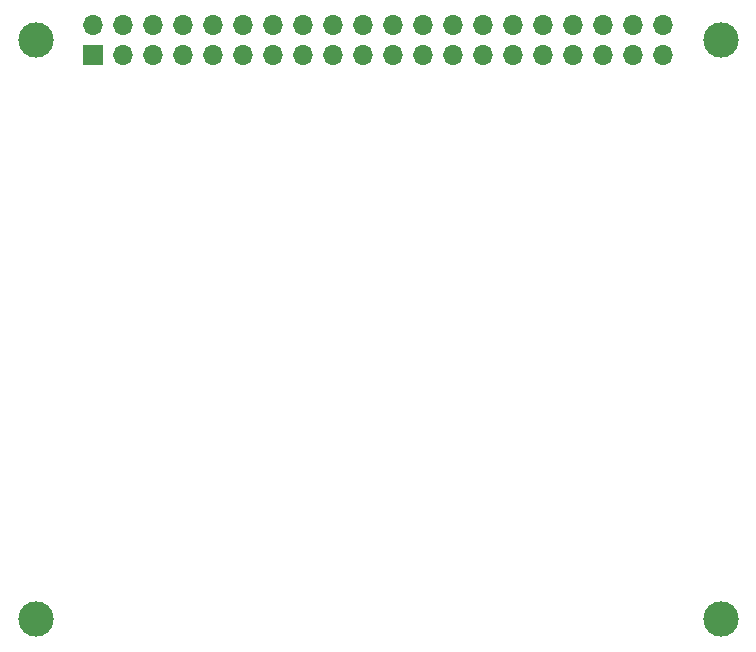
<source format=gbl>
G04 #@! TF.GenerationSoftware,KiCad,Pcbnew,(5.0.0-rc3-dev-2-g101b68b61)*
G04 #@! TF.CreationDate,2018-07-10T18:42:39+02:00*
G04 #@! TF.ProjectId,mobilt_eeg_frontend-exjobb2018,6D6F62696C745F6565675F66726F6E74,rev?*
G04 #@! TF.SameCoordinates,Original*
G04 #@! TF.FileFunction,Copper,L2,Bot,Signal*
G04 #@! TF.FilePolarity,Positive*
%FSLAX46Y46*%
G04 Gerber Fmt 4.6, Leading zero omitted, Abs format (unit mm)*
G04 Created by KiCad (PCBNEW (5.0.0-rc3-dev-2-g101b68b61)) date 07/10/18 18:42:39*
%MOMM*%
%LPD*%
G01*
G04 APERTURE LIST*
G04 #@! TA.AperFunction,ComponentPad*
%ADD10R,1.700000X1.700000*%
G04 #@! TD*
G04 #@! TA.AperFunction,ComponentPad*
%ADD11O,1.700000X1.700000*%
G04 #@! TD*
G04 #@! TA.AperFunction,WasherPad*
%ADD12C,3.000000*%
G04 #@! TD*
G04 APERTURE END LIST*
D10*
G04 #@! TO.P,P1,1*
G04 #@! TO.N,+3V3*
X208370000Y-98770000D03*
D11*
G04 #@! TO.P,P1,2*
G04 #@! TO.N,+5V*
X208370000Y-96230000D03*
G04 #@! TO.P,P1,3*
G04 #@! TO.N,/GPIO2(SDA1)*
X210910000Y-98770000D03*
G04 #@! TO.P,P1,4*
G04 #@! TO.N,+5V*
X210910000Y-96230000D03*
G04 #@! TO.P,P1,5*
G04 #@! TO.N,/GPIO3(SCL1)*
X213450000Y-98770000D03*
G04 #@! TO.P,P1,6*
G04 #@! TO.N,GND*
X213450000Y-96230000D03*
G04 #@! TO.P,P1,7*
G04 #@! TO.N,/GPIO4(GCLK)*
X215990000Y-98770000D03*
G04 #@! TO.P,P1,8*
G04 #@! TO.N,/GPIO14(TXD0)*
X215990000Y-96230000D03*
G04 #@! TO.P,P1,9*
G04 #@! TO.N,GND*
X218530000Y-98770000D03*
G04 #@! TO.P,P1,10*
G04 #@! TO.N,/GPIO15(RXD0)*
X218530000Y-96230000D03*
G04 #@! TO.P,P1,11*
G04 #@! TO.N,/GPIO17(GEN0)*
X221070000Y-98770000D03*
G04 #@! TO.P,P1,12*
G04 #@! TO.N,/GPIO18(GEN1)(PWM0)*
X221070000Y-96230000D03*
G04 #@! TO.P,P1,13*
G04 #@! TO.N,/GPIO27(GEN2)*
X223610000Y-98770000D03*
G04 #@! TO.P,P1,14*
G04 #@! TO.N,GND*
X223610000Y-96230000D03*
G04 #@! TO.P,P1,15*
G04 #@! TO.N,/GPIO22(GEN3)*
X226150000Y-98770000D03*
G04 #@! TO.P,P1,16*
G04 #@! TO.N,/GPIO23(GEN4)*
X226150000Y-96230000D03*
G04 #@! TO.P,P1,17*
G04 #@! TO.N,+3V3*
X228690000Y-98770000D03*
G04 #@! TO.P,P1,18*
G04 #@! TO.N,/GPIO24(GEN5)*
X228690000Y-96230000D03*
G04 #@! TO.P,P1,19*
G04 #@! TO.N,/GPIO10(SPI0_MOSI)*
X231230000Y-98770000D03*
G04 #@! TO.P,P1,20*
G04 #@! TO.N,GND*
X231230000Y-96230000D03*
G04 #@! TO.P,P1,21*
G04 #@! TO.N,/GPIO9(SPI0_MISO)*
X233770000Y-98770000D03*
G04 #@! TO.P,P1,22*
G04 #@! TO.N,/GPIO25(GEN6)*
X233770000Y-96230000D03*
G04 #@! TO.P,P1,23*
G04 #@! TO.N,/GPIO11(SPI0_SCK)*
X236310000Y-98770000D03*
G04 #@! TO.P,P1,24*
G04 #@! TO.N,/GPIO8(SPI0_CE_N)*
X236310000Y-96230000D03*
G04 #@! TO.P,P1,25*
G04 #@! TO.N,GND*
X238850000Y-98770000D03*
G04 #@! TO.P,P1,26*
G04 #@! TO.N,/GPIO7(SPI1_CE_N)*
X238850000Y-96230000D03*
G04 #@! TO.P,P1,27*
G04 #@! TO.N,/ID_SD*
X241390000Y-98770000D03*
G04 #@! TO.P,P1,28*
G04 #@! TO.N,/ID_SC*
X241390000Y-96230000D03*
G04 #@! TO.P,P1,29*
G04 #@! TO.N,/GPIO5*
X243930000Y-98770000D03*
G04 #@! TO.P,P1,30*
G04 #@! TO.N,GND*
X243930000Y-96230000D03*
G04 #@! TO.P,P1,31*
G04 #@! TO.N,/GPIO6*
X246470000Y-98770000D03*
G04 #@! TO.P,P1,32*
G04 #@! TO.N,/GPIO12(PWM0)*
X246470000Y-96230000D03*
G04 #@! TO.P,P1,33*
G04 #@! TO.N,/GPIO13(PWM1)*
X249010000Y-98770000D03*
G04 #@! TO.P,P1,34*
G04 #@! TO.N,GND*
X249010000Y-96230000D03*
G04 #@! TO.P,P1,35*
G04 #@! TO.N,/GPIO19(SPI1_MISO)*
X251550000Y-98770000D03*
G04 #@! TO.P,P1,36*
G04 #@! TO.N,/GPIO16*
X251550000Y-96230000D03*
G04 #@! TO.P,P1,37*
G04 #@! TO.N,/GPIO26*
X254090000Y-98770000D03*
G04 #@! TO.P,P1,38*
G04 #@! TO.N,/GPIO20(SPI1_MOSI)*
X254090000Y-96230000D03*
G04 #@! TO.P,P1,39*
G04 #@! TO.N,GND*
X256630000Y-98770000D03*
G04 #@! TO.P,P1,40*
G04 #@! TO.N,/GPIO21(SPI1_SCK)*
X256630000Y-96230000D03*
G04 #@! TD*
D12*
G04 #@! TO.P,MK4,*
G04 #@! TO.N,*
X261500000Y-146500000D03*
G04 #@! TD*
G04 #@! TO.P,MK3,*
G04 #@! TO.N,*
X203500000Y-146500000D03*
G04 #@! TD*
G04 #@! TO.P,MK2,*
G04 #@! TO.N,*
X261500000Y-97500000D03*
G04 #@! TD*
G04 #@! TO.P,MK1,*
G04 #@! TO.N,*
X203500000Y-97500000D03*
G04 #@! TD*
M02*

</source>
